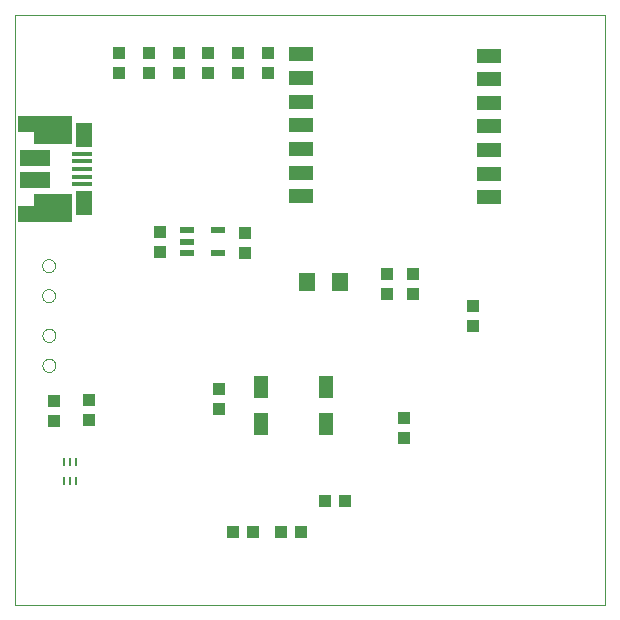
<source format=gbp>
G75*
%MOIN*%
%OFA0B0*%
%FSLAX24Y24*%
%IPPOS*%
%LPD*%
%AMOC8*
5,1,8,0,0,1.08239X$1,22.5*
%
%ADD10C,0.0000*%
%ADD11R,0.0551X0.0630*%
%ADD12R,0.0394X0.0433*%
%ADD13R,0.0433X0.0394*%
%ADD14R,0.0472X0.0217*%
%ADD15R,0.0512X0.0748*%
%ADD16R,0.0112X0.0276*%
%ADD17R,0.0673X0.0157*%
%ADD18R,0.0575X0.0787*%
%ADD19R,0.0984X0.0541*%
%ADD20R,0.1252X0.0962*%
%ADD21R,0.1252X0.0962*%
%ADD22R,0.0544X0.0530*%
%ADD23R,0.0544X0.0530*%
%ADD24R,0.0787X0.0512*%
D10*
X000350Y000350D02*
X000350Y020035D01*
X020035Y020035D01*
X020035Y000350D01*
X000350Y000350D01*
X001267Y008344D02*
X001269Y008373D01*
X001275Y008401D01*
X001284Y008429D01*
X001297Y008455D01*
X001314Y008478D01*
X001333Y008500D01*
X001355Y008519D01*
X001380Y008534D01*
X001406Y008547D01*
X001434Y008555D01*
X001462Y008560D01*
X001491Y008561D01*
X001520Y008558D01*
X001548Y008551D01*
X001575Y008541D01*
X001601Y008527D01*
X001624Y008510D01*
X001645Y008490D01*
X001663Y008467D01*
X001678Y008442D01*
X001689Y008415D01*
X001697Y008387D01*
X001701Y008358D01*
X001701Y008330D01*
X001697Y008301D01*
X001689Y008273D01*
X001678Y008246D01*
X001663Y008221D01*
X001645Y008198D01*
X001624Y008178D01*
X001601Y008161D01*
X001575Y008147D01*
X001548Y008137D01*
X001520Y008130D01*
X001491Y008127D01*
X001462Y008128D01*
X001434Y008133D01*
X001406Y008141D01*
X001380Y008154D01*
X001355Y008169D01*
X001333Y008188D01*
X001314Y008210D01*
X001297Y008233D01*
X001284Y008259D01*
X001275Y008287D01*
X001269Y008315D01*
X001267Y008344D01*
X001267Y009344D02*
X001269Y009373D01*
X001275Y009401D01*
X001284Y009429D01*
X001297Y009455D01*
X001314Y009478D01*
X001333Y009500D01*
X001355Y009519D01*
X001380Y009534D01*
X001406Y009547D01*
X001434Y009555D01*
X001462Y009560D01*
X001491Y009561D01*
X001520Y009558D01*
X001548Y009551D01*
X001575Y009541D01*
X001601Y009527D01*
X001624Y009510D01*
X001645Y009490D01*
X001663Y009467D01*
X001678Y009442D01*
X001689Y009415D01*
X001697Y009387D01*
X001701Y009358D01*
X001701Y009330D01*
X001697Y009301D01*
X001689Y009273D01*
X001678Y009246D01*
X001663Y009221D01*
X001645Y009198D01*
X001624Y009178D01*
X001601Y009161D01*
X001575Y009147D01*
X001548Y009137D01*
X001520Y009130D01*
X001491Y009127D01*
X001462Y009128D01*
X001434Y009133D01*
X001406Y009141D01*
X001380Y009154D01*
X001355Y009169D01*
X001333Y009188D01*
X001314Y009210D01*
X001297Y009233D01*
X001284Y009259D01*
X001275Y009287D01*
X001269Y009315D01*
X001267Y009344D01*
X001259Y010670D02*
X001261Y010699D01*
X001267Y010727D01*
X001276Y010755D01*
X001289Y010781D01*
X001306Y010804D01*
X001325Y010826D01*
X001347Y010845D01*
X001372Y010860D01*
X001398Y010873D01*
X001426Y010881D01*
X001454Y010886D01*
X001483Y010887D01*
X001512Y010884D01*
X001540Y010877D01*
X001567Y010867D01*
X001593Y010853D01*
X001616Y010836D01*
X001637Y010816D01*
X001655Y010793D01*
X001670Y010768D01*
X001681Y010741D01*
X001689Y010713D01*
X001693Y010684D01*
X001693Y010656D01*
X001689Y010627D01*
X001681Y010599D01*
X001670Y010572D01*
X001655Y010547D01*
X001637Y010524D01*
X001616Y010504D01*
X001593Y010487D01*
X001567Y010473D01*
X001540Y010463D01*
X001512Y010456D01*
X001483Y010453D01*
X001454Y010454D01*
X001426Y010459D01*
X001398Y010467D01*
X001372Y010480D01*
X001347Y010495D01*
X001325Y010514D01*
X001306Y010536D01*
X001289Y010559D01*
X001276Y010585D01*
X001267Y010613D01*
X001261Y010641D01*
X001259Y010670D01*
X001259Y011670D02*
X001261Y011699D01*
X001267Y011727D01*
X001276Y011755D01*
X001289Y011781D01*
X001306Y011804D01*
X001325Y011826D01*
X001347Y011845D01*
X001372Y011860D01*
X001398Y011873D01*
X001426Y011881D01*
X001454Y011886D01*
X001483Y011887D01*
X001512Y011884D01*
X001540Y011877D01*
X001567Y011867D01*
X001593Y011853D01*
X001616Y011836D01*
X001637Y011816D01*
X001655Y011793D01*
X001670Y011768D01*
X001681Y011741D01*
X001689Y011713D01*
X001693Y011684D01*
X001693Y011656D01*
X001689Y011627D01*
X001681Y011599D01*
X001670Y011572D01*
X001655Y011547D01*
X001637Y011524D01*
X001616Y011504D01*
X001593Y011487D01*
X001567Y011473D01*
X001540Y011463D01*
X001512Y011456D01*
X001483Y011453D01*
X001454Y011454D01*
X001426Y011459D01*
X001398Y011467D01*
X001372Y011480D01*
X001347Y011495D01*
X001325Y011514D01*
X001306Y011536D01*
X001289Y011559D01*
X001276Y011585D01*
X001267Y011613D01*
X001261Y011641D01*
X001259Y011670D01*
D11*
X010094Y011135D03*
X011197Y011135D03*
D12*
X012755Y011381D03*
X012755Y010712D03*
X013618Y010708D03*
X013618Y011377D03*
X008032Y012093D03*
X008032Y012762D03*
X005179Y012786D03*
X005179Y012117D03*
X003814Y018089D03*
X003814Y018758D03*
X006789Y018758D03*
X006789Y018089D03*
D13*
X007787Y018089D03*
X007787Y018758D03*
X008807Y018758D03*
X008807Y018089D03*
X005812Y018089D03*
X005812Y018758D03*
X004812Y018758D03*
X004812Y018089D03*
X015613Y010319D03*
X015613Y009650D03*
X013327Y006585D03*
X013327Y005916D03*
X011372Y003824D03*
X010703Y003824D03*
X009905Y002795D03*
X009236Y002795D03*
X008277Y002805D03*
X007608Y002805D03*
X002812Y006508D03*
X001669Y006501D03*
X001669Y007170D03*
X002812Y007177D03*
X007156Y006893D03*
X007156Y007562D03*
D14*
X007119Y012096D03*
X006095Y012096D03*
X006095Y012470D03*
X006095Y012844D03*
X007119Y012844D03*
D15*
X008549Y007635D03*
X008549Y006375D03*
X010714Y006375D03*
X010714Y007635D03*
D16*
X002401Y005134D03*
X002204Y005134D03*
X002007Y005134D03*
X002007Y004484D03*
X002204Y004484D03*
X002401Y004484D03*
D17*
X002598Y014382D03*
X002598Y014638D03*
X002598Y014894D03*
X002598Y015150D03*
X002598Y015406D03*
D18*
X002649Y016036D03*
X002649Y013752D03*
D19*
X001011Y014525D03*
X001011Y015263D03*
D20*
X001633Y013601D03*
D21*
X001633Y016182D03*
D22*
X000734Y013384D03*
D23*
X000734Y016396D03*
D24*
X009895Y016349D03*
X009895Y015561D03*
X009895Y014774D03*
X009895Y013987D03*
X009895Y017136D03*
X009895Y017924D03*
X009895Y018711D03*
X016145Y018674D03*
X016145Y017886D03*
X016145Y017099D03*
X016145Y016311D03*
X016145Y015524D03*
X016145Y014737D03*
X016145Y013949D03*
M02*

</source>
